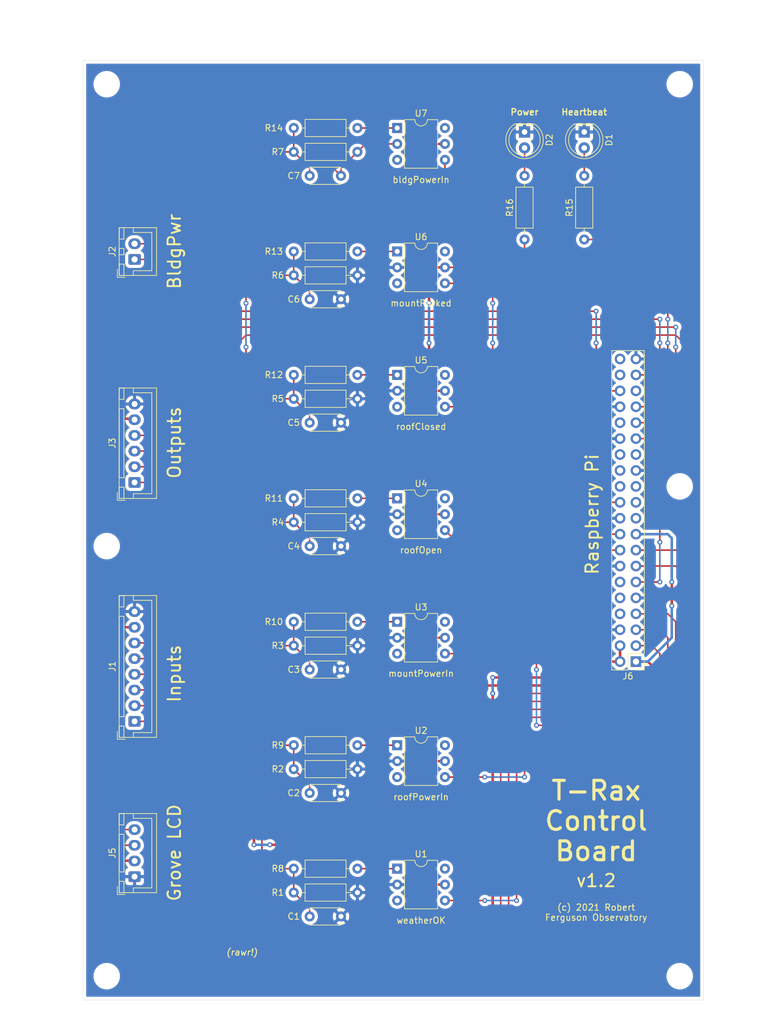
<source format=kicad_pcb>
(kicad_pcb (version 20171130) (host pcbnew "(5.1.9-0-10_14)")
  (title_block (title "TRax Control Board") (date 2021-05-10) (rev 1.2) (company "Robert Ferguson Observatory"))
  (layers (0 F.Cu signal) (31 B.Cu signal) (34 B.Paste user) (35 F.Paste user) (36 B.SilkS user) (37 F.SilkS user) (38 B.Mask user) (39 F.Mask user) (44 Edge.Cuts user))
  (net 0 "")
  (net 1 "Net-(C1-Pad1)")
  (net 2 GND)
  (net 3 "Net-(C2-Pad1)")
  (net 4 "Net-(C3-Pad1)")
  (net 5 "Net-(C4-Pad1)")
  (net 6 "Net-(C5-Pad1)")
  (net 7 "Net-(C6-Pad1)")
  (net 8 "Net-(C7-Pad1)")
  (net 9 "Net-(C7-Pad2)")
  (net 10 "Net-(D1-Pad2)")
  (net 11 "Net-(D2-Pad2)")
  (net 12 +3V3)
  (net 13 "Net-(J3-Pad1)")
  (net 14 "Net-(J3-Pad2)")
  (net 15 "Net-(J3-Pad3)")
  (net 16 "Net-(J3-Pad4)")
  (net 17 "Net-(J5-Pad3)")
  (net 18 "Net-(J5-Pad4)")
  (net 19 "Net-(J6-Pad7)")
  (net 20 "Net-(J6-Pad8)")
  (net 21 "Net-(J6-Pad10)")
  (net 22 "Net-(J6-Pad11)")
  (net 23 "Net-(J6-Pad12)")
  (net 24 "Net-(J6-Pad13)")
  (net 25 "Net-(J6-Pad15)")
  (net 26 "Net-(J6-Pad16)")
  (net 27 "Net-(J6-Pad18)")
  (net 28 "Net-(J6-Pad19)")
  (net 29 "Net-(J6-Pad21)")
  (net 30 "Net-(J6-Pad22)")
  (net 31 "Net-(J6-Pad23)")
  (net 32 "Net-(J6-Pad24)")
  (net 33 "Net-(J6-Pad26)")
  (net 34 "Net-(J6-Pad27)")
  (net 35 "Net-(J6-Pad28)")
  (net 36 "Net-(J6-Pad32)")
  (net 37 "Net-(J6-Pad33)")
  (net 38 "Net-(J6-Pad35)")
  (net 39 "Net-(J6-Pad38)")
  (net 40 "Net-(J6-Pad40)")
  (net 41 "Net-(R8-Pad1)")
  (net 42 "Net-(R9-Pad1)")
  (net 43 "Net-(R10-Pad1)")
  (net 44 "Net-(R11-Pad1)")
  (net 45 "Net-(R12-Pad1)")
  (net 46 "Net-(R13-Pad1)")
  (net 47 "Net-(R14-Pad1)")
  (net 48 "Net-(U1-Pad3)")
  (net 49 "Net-(U1-Pad6)")
  (net 50 "Net-(U2-Pad3)")
  (net 51 "Net-(U2-Pad6)")
  (net 52 "Net-(U3-Pad6)")
  (net 53 "Net-(U3-Pad3)")
  (net 54 "Net-(U4-Pad3)")
  (net 55 "Net-(U4-Pad6)")
  (net 56 "Net-(U5-Pad6)")
  (net 57 "Net-(U5-Pad3)")
  (net 58 "Net-(U6-Pad3)")
  (net 59 "Net-(U6-Pad6)")
  (net 60 "Net-(U7-Pad6)")
  (net 61 "Net-(U7-Pad3)")
  (net 62 +5V)
  (module MountingHole:MountingHole_3.2mm_M3 (layer F.Cu) (at 146.05 211.455)
    (fp_text reference REF** hide)
    (fp_text value "M3 hole")
    (pad 1 np_thru_hole circle (at 0 0) (size 3.2 3.2) (drill 3.2) (layers *.Cu *.Mask))
  )
  (module MountingHole:MountingHole_3.2mm_M3 (layer F.Cu) (at 54.61 142.875)
    (fp_text reference REF** hide)
    (fp_text value MountingHole_3.2mm_M3)
    (pad 1 np_thru_hole circle (at 0 0) (size 3.2 3.2) (drill 3.2) (layers *.Cu *.Mask))
  )
  (module MountingHole:MountingHole_3.2mm_M3 (layer F.Cu) (at 146.05 133.35)
    (fp_text reference REF** hide)
    (fp_text value "M3 hole")
    (pad 1 np_thru_hole circle (at 0 0) (size 3.2 3.2) (drill 3.2) (layers *.Cu *.Mask))
  )
  (module MountingHole:MountingHole_3.2mm_M3 (layer F.Cu) (at 54.61 69.215)
    (fp_text reference REF** hide)
    (fp_text value "M3 hole")
    (pad 1 np_thru_hole circle (at 0 0) (size 3.2 3.2) (drill 3.2) (layers *.Cu *.Mask))
  )
  (module Resistor_THT:R_Axial_DIN0207_L6.3mm_D2.5mm_P10.16mm_Horizontal (layer F.Cu) (at 84.455 158.75)
    (fp_text reference R3 (at -2.54 0) (layer F.SilkS))
    (fp_text value 10K)
    (pad 2 thru_hole oval (at 10.16 0) (size 1.6 1.6) (drill 0.8) (layers *.Cu *.Mask) (net 2 GND))
    (pad 1 thru_hole circle (at 0 0) (size 1.6 1.6) (drill 0.8) (layers *.Cu *.Mask) (net 4 "Net-(C3-Pad1)"))
  )
  (module Resistor_THT:R_Axial_DIN0207_L6.3mm_D2.5mm_P10.16mm_Horizontal (layer F.Cu) (at 84.455 178.435)
    (fp_text reference R2 (at -2.54 0) (layer F.SilkS))
    (fp_text value 10K)
    (pad 1 thru_hole circle (at 0 0) (size 1.6 1.6) (drill 0.8) (layers *.Cu *.Mask) (net 3 "Net-(C2-Pad1)"))
    (pad 2 thru_hole oval (at 10.16 0) (size 1.6 1.6) (drill 0.8) (layers *.Cu *.Mask) (net 2 GND))
  )
  (module Package_DIP:DIP-6_W7.62mm (layer F.Cu) (at 100.965 95.885)
    (fp_text reference U6 (at 3.81 -2.33) (layer F.SilkS))
    (fp_text value 4N25)
    (pad 1 thru_hole rect (at 0 0) (size 1.6 1.6) (drill 0.8) (layers *.Cu *.Mask) (net 46 "Net-(R13-Pad1)"))
    (pad 4 thru_hole oval (at 7.62 5.08) (size 1.6 1.6) (drill 0.8) (layers *.Cu *.Mask) (net 30 "Net-(J6-Pad22)"))
    (pad 2 thru_hole oval (at 0 2.54) (size 1.6 1.6) (drill 0.8) (layers *.Cu *.Mask) (net 2 GND))
    (pad 5 thru_hole oval (at 7.62 2.54) (size 1.6 1.6) (drill 0.8) (layers *.Cu *.Mask) (net 12 +3V3))
    (pad 3 thru_hole oval (at 0 5.08) (size 1.6 1.6) (drill 0.8) (layers *.Cu *.Mask) (net 58 "Net-(U6-Pad3)"))
    (pad 6 thru_hole oval (at 7.62 0) (size 1.6 1.6) (drill 0.8) (layers *.Cu *.Mask) (net 59 "Net-(U6-Pad6)"))
  )
  (module MountingHole:MountingHole_3.2mm_M3 (layer F.Cu) (at 146.05 69.215 180)
    (fp_text reference REF** hide)
    (fp_text value MountingHole_3.2mm_M3 hide)
    (pad 1 np_thru_hole circle (at 0 0 180) (size 3.2 3.2) (drill 3.2) (layers *.Cu *.Mask))
  )
  (module MountingHole:MountingHole_3.2mm_M3 (layer F.Cu) (at 54.61 211.455 180)
    (fp_text reference REF** hide)
    (fp_text value MountingHole_3.2mm_M3 hide)
    (pad 1 np_thru_hole circle (at 0 0 180) (size 3.2 3.2) (drill 3.2) (layers *.Cu *.Mask))
  )
  (module Capacitor_THT:C_Disc_D4.7mm_W2.5mm_P5.00mm (layer F.Cu) (at 86.995 201.93)
    (fp_text reference C1 (at -2.54 0) (layer F.SilkS))
    (fp_text value 1000)
    (pad 1 thru_hole circle (at 0 0) (size 1.6 1.6) (drill 0.8) (layers *.Cu *.Mask) (net 1 "Net-(C1-Pad1)"))
    (pad 2 thru_hole circle (at 5 0) (size 1.6 1.6) (drill 0.8) (layers *.Cu *.Mask) (net 2 GND))
  )
  (module Capacitor_THT:C_Disc_D4.7mm_W2.5mm_P5.00mm (layer F.Cu) (at 86.995 182.245)
    (fp_text reference C2 (at -2.54 0) (layer F.SilkS))
    (fp_text value 1000)
    (pad 1 thru_hole circle (at 0 0) (size 1.6 1.6) (drill 0.8) (layers *.Cu *.Mask) (net 3 "Net-(C2-Pad1)"))
    (pad 2 thru_hole circle (at 5 0) (size 1.6 1.6) (drill 0.8) (layers *.Cu *.Mask) (net 2 GND))
  )
  (module Capacitor_THT:C_Disc_D4.7mm_W2.5mm_P5.00mm (layer F.Cu) (at 86.995 162.56)
    (fp_text reference C3 (at -2.54 0) (layer F.SilkS))
    (fp_text value 1000)
    (pad 1 thru_hole circle (at 0 0) (size 1.6 1.6) (drill 0.8) (layers *.Cu *.Mask) (net 4 "Net-(C3-Pad1)"))
    (pad 2 thru_hole circle (at 5 0) (size 1.6 1.6) (drill 0.8) (layers *.Cu *.Mask) (net 2 GND))
  )
  (module Capacitor_THT:C_Disc_D4.7mm_W2.5mm_P5.00mm (layer F.Cu) (at 86.995 142.875)
    (fp_text reference C4 (at -2.54 0) (layer F.SilkS))
    (fp_text value 1000)
    (pad 2 thru_hole circle (at 5 0) (size 1.6 1.6) (drill 0.8) (layers *.Cu *.Mask) (net 2 GND))
    (pad 1 thru_hole circle (at 0 0) (size 1.6 1.6) (drill 0.8) (layers *.Cu *.Mask) (net 5 "Net-(C4-Pad1)"))
  )
  (module Capacitor_THT:C_Disc_D4.7mm_W2.5mm_P5.00mm (layer F.Cu) (at 86.995 123.19)
    (fp_text reference C5 (at -2.54 0) (layer F.SilkS))
    (fp_text value 1000)
    (pad 2 thru_hole circle (at 5 0) (size 1.6 1.6) (drill 0.8) (layers *.Cu *.Mask) (net 2 GND))
    (pad 1 thru_hole circle (at 0 0) (size 1.6 1.6) (drill 0.8) (layers *.Cu *.Mask) (net 6 "Net-(C5-Pad1)"))
  )
  (module Capacitor_THT:C_Disc_D4.7mm_W2.5mm_P5.00mm (layer F.Cu) (at 86.995 103.505)
    (fp_text reference C6 (at -2.54 0) (layer F.SilkS))
    (fp_text value 1000)
    (pad 2 thru_hole circle (at 5 0) (size 1.6 1.6) (drill 0.8) (layers *.Cu *.Mask) (net 2 GND))
    (pad 1 thru_hole circle (at 0 0) (size 1.6 1.6) (drill 0.8) (layers *.Cu *.Mask) (net 7 "Net-(C6-Pad1)"))
  )
  (module Capacitor_THT:C_Disc_D4.7mm_W2.5mm_P5.00mm (layer F.Cu) (at 86.995 83.82)
    (fp_text reference C7 (at -2.54 0) (layer F.SilkS))
    (fp_text value 1000)
    (pad 1 thru_hole circle (at 0 0) (size 1.6 1.6) (drill 0.8) (layers *.Cu *.Mask) (net 8 "Net-(C7-Pad1)"))
    (pad 2 thru_hole circle (at 5 0) (size 1.6 1.6) (drill 0.8) (layers *.Cu *.Mask) (net 9 "Net-(C7-Pad2)"))
  )
  (module LED_THT:LED_D5.0mm (layer F.Cu) (at 130.81 76.835 270)
    (fp_text reference D1 (at 1.27 -3.96 90) (layer F.SilkS))
    (fp_text value Green)
    (pad 1 thru_hole rect (at 0 0 270) (size 1.8 1.8) (drill 0.9) (layers *.Cu *.Mask) (net 2 GND))
    (pad 2 thru_hole circle (at 2.54 0 270) (size 1.8 1.8) (drill 0.9) (layers *.Cu *.Mask) (net 10 "Net-(D1-Pad2)"))
  )
  (module LED_THT:LED_D5.0mm (layer F.Cu) (at 121.285 76.835 270)
    (fp_text reference D2 (at 1.27 -3.96 90) (layer F.SilkS))
    (fp_text value Red)
    (pad 2 thru_hole circle (at 2.54 0 270) (size 1.8 1.8) (drill 0.9) (layers *.Cu *.Mask) (net 11 "Net-(D2-Pad2)"))
    (pad 1 thru_hole rect (at 0 0 270) (size 1.8 1.8) (drill 0.9) (layers *.Cu *.Mask) (net 2 GND))
  )
  (module Connector_JST:JST_XH_B8B-XH-A_1x08_P2.50mm_Vertical (layer F.Cu) (at 59.055 170.815 90)
    (fp_text reference J1 (at 8.75 -3.55 90) (layer F.SilkS))
    (fp_text value Inputs)
    (pad 1 thru_hole roundrect (at 0 0 90) (size 1.7 1.95) (drill 0.95) (layers *.Cu *.Mask) (roundrect_rratio 0.1470588235294118) (net 1 "Net-(C1-Pad1)"))
    (pad 2 thru_hole oval (at 2.5 0 90) (size 1.7 1.95) (drill 0.95) (layers *.Cu *.Mask) (net 3 "Net-(C2-Pad1)"))
    (pad 3 thru_hole oval (at 5 0 90) (size 1.7 1.95) (drill 0.95) (layers *.Cu *.Mask) (net 4 "Net-(C3-Pad1)"))
    (pad 4 thru_hole oval (at 7.5 0 90) (size 1.7 1.95) (drill 0.95) (layers *.Cu *.Mask) (net 5 "Net-(C4-Pad1)"))
    (pad 5 thru_hole oval (at 10 0 90) (size 1.7 1.95) (drill 0.95) (layers *.Cu *.Mask) (net 6 "Net-(C5-Pad1)"))
    (pad 6 thru_hole oval (at 12.5 0 90) (size 1.7 1.95) (drill 0.95) (layers *.Cu *.Mask) (net 7 "Net-(C6-Pad1)"))
    (pad 7 thru_hole oval (at 15 0 90) (size 1.7 1.95) (drill 0.95) (layers *.Cu *.Mask) (net 12 +3V3))
    (pad 8 thru_hole oval (at 17.5 0 90) (size 1.7 1.95) (drill 0.95) (layers *.Cu *.Mask) (net 2 GND))
  )
  (module Connector_JST:JST_XH_B2B-XH-A_1x02_P2.50mm_Vertical (layer F.Cu) (at 59.055 97.155 90)
    (fp_text reference J2 (at 1.25 -3.55 90) (layer F.SilkS))
    (fp_text value BldgPwr)
    (pad 1 thru_hole roundrect (at 0 0 90) (size 1.7 2) (drill 1) (layers *.Cu *.Mask) (roundrect_rratio 0.1470588235294118) (net 8 "Net-(C7-Pad1)"))
    (pad 2 thru_hole oval (at 2.5 0 90) (size 1.7 2) (drill 1) (layers *.Cu *.Mask) (net 9 "Net-(C7-Pad2)"))
  )
  (module Connector_JST:JST_XH_B6B-XH-A_1x06_P2.50mm_Vertical (layer F.Cu) (at 59.055 132.715 90)
    (fp_text reference J3 (at 6.25 -3.55 90) (layer F.SilkS))
    (fp_text value Outputs)
    (pad 1 thru_hole roundrect (at 0 0 90) (size 1.7 1.95) (drill 0.95) (layers *.Cu *.Mask) (roundrect_rratio 0.1470588235294118) (net 13 "Net-(J3-Pad1)"))
    (pad 2 thru_hole oval (at 2.5 0 90) (size 1.7 1.95) (drill 0.95) (layers *.Cu *.Mask) (net 14 "Net-(J3-Pad2)"))
    (pad 3 thru_hole oval (at 5 0 90) (size 1.7 1.95) (drill 0.95) (layers *.Cu *.Mask) (net 15 "Net-(J3-Pad3)"))
    (pad 4 thru_hole oval (at 7.5 0 90) (size 1.7 1.95) (drill 0.95) (layers *.Cu *.Mask) (net 16 "Net-(J3-Pad4)"))
    (pad 5 thru_hole oval (at 10 0 90) (size 1.7 1.95) (drill 0.95) (layers *.Cu *.Mask) (net 12 +3V3))
    (pad 6 thru_hole oval (at 12.5 0 90) (size 1.7 1.95) (drill 0.95) (layers *.Cu *.Mask) (net 2 GND))
  )
  (module Connector_JST:JST_XH_B4B-XH-A_1x04_P2.50mm_Vertical (layer F.Cu) (at 59.055 195.58 90)
    (fp_text reference J5 (at 3.75 -3.55 90) (layer F.SilkS))
    (fp_text value "Grove LCD")
    (pad 1 thru_hole roundrect (at 0 0 90) (size 1.7 1.95) (drill 0.95) (layers *.Cu *.Mask) (roundrect_rratio 0.1470588235294118) (net 2 GND))
    (pad 2 thru_hole oval (at 2.5 0 90) (size 1.7 1.95) (drill 0.95) (layers *.Cu *.Mask) (net 62 +5V))
    (pad 3 thru_hole oval (at 5 0 90) (size 1.7 1.95) (drill 0.95) (layers *.Cu *.Mask) (net 17 "Net-(J5-Pad3)"))
    (pad 4 thru_hole oval (at 7.5 0 90) (size 1.7 1.95) (drill 0.95) (layers *.Cu *.Mask) (net 18 "Net-(J5-Pad4)"))
  )
  (module Connector_PinHeader_2.54mm:PinHeader_2x20_P2.54mm_Vertical (layer F.Cu) (at 139.065 161.29 180)
    (fp_text reference J6 (at 1.27 -2.33) (layer F.SilkS))
    (fp_text value "Raspberry Pi Header")
    (pad 1 thru_hole rect (at 0 0 180) (size 1.7 1.7) (drill 1) (layers *.Cu *.Mask) (net 12 +3V3))
    (pad 2 thru_hole oval (at 2.54 0 180) (size 1.7 1.7) (drill 1) (layers *.Cu *.Mask) (net 62 +5V))
    (pad 3 thru_hole oval (at 0 2.54 180) (size 1.7 1.7) (drill 1) (layers *.Cu *.Mask) (net 17 "Net-(J5-Pad3)"))
    (pad 4 thru_hole oval (at 2.54 2.54 180) (size 1.7 1.7) (drill 1) (layers *.Cu *.Mask) (net 62 +5V))
    (pad 5 thru_hole oval (at 0 5.08 180) (size 1.7 1.7) (drill 1) (layers *.Cu *.Mask) (net 18 "Net-(J5-Pad4)"))
    (pad 6 thru_hole oval (at 2.54 5.08 180) (size 1.7 1.7) (drill 1) (layers *.Cu *.Mask) (net 2 GND))
    (pad 7 thru_hole oval (at 0 7.62 180) (size 1.7 1.7) (drill 1) (layers *.Cu *.Mask) (net 19 "Net-(J6-Pad7)"))
    (pad 8 thru_hole oval (at 2.54 7.62 180) (size 1.7 1.7) (drill 1) (layers *.Cu *.Mask) (net 20 "Net-(J6-Pad8)"))
    (pad 9 thru_hole oval (at 0 10.16 180) (size 1.7 1.7) (drill 1) (layers *.Cu *.Mask) (net 2 GND))
    (pad 10 thru_hole oval (at 2.54 10.16 180) (size 1.7 1.7) (drill 1) (layers *.Cu *.Mask) (net 21 "Net-(J6-Pad10)"))
    (pad 11 thru_hole oval (at 0 12.7 180) (size 1.7 1.7) (drill 1) (layers *.Cu *.Mask) (net 22 "Net-(J6-Pad11)"))
    (pad 12 thru_hole oval (at 2.54 12.7 180) (size 1.7 1.7) (drill 1) (layers *.Cu *.Mask) (net 23 "Net-(J6-Pad12)"))
    (pad 13 thru_hole oval (at 0 15.24 180) (size 1.7 1.7) (drill 1) (layers *.Cu *.Mask) (net 24 "Net-(J6-Pad13)"))
    (pad 14 thru_hole oval (at 2.54 15.24 180) (size 1.7 1.7) (drill 1) (layers *.Cu *.Mask) (net 2 GND))
    (pad 15 thru_hole oval (at 0 17.78 180) (size 1.7 1.7) (drill 1) (layers *.Cu *.Mask) (net 25 "Net-(J6-Pad15)"))
    (pad 16 thru_hole oval (at 2.54 17.78 180) (size 1.7 1.7) (drill 1) (layers *.Cu *.Mask) (net 26 "Net-(J6-Pad16)"))
    (pad 17 thru_hole oval (at 0 20.32 180) (size 1.7 1.7) (drill 1) (layers *.Cu *.Mask) (net 12 +3V3))
    (pad 18 thru_hole oval (at 2.54 20.32 180) (size 1.7 1.7) (drill 1) (layers *.Cu *.Mask) (net 27 "Net-(J6-Pad18)"))
    (pad 19 thru_hole oval (at 0 22.86 180) (size 1.7 1.7) (drill 1) (layers *.Cu *.Mask) (net 28 "Net-(J6-Pad19)"))
    (pad 20 thru_hole oval (at 2.54 22.86 180) (size 1.7 1.7) (drill 1) (layers *.Cu *.Mask) (net 2 GND))
    (pad 21 thru_hole oval (at 0 25.4 180) (size 1.7 1.7) (drill 1) (layers *.Cu *.Mask) (net 29 "Net-(J6-Pad21)"))
    (pad 22 thru_hole oval (at 2.54 25.4 180) (size 1.7 1.7) (drill 1) (layers *.Cu *.Mask) (net 30 "Net-(J6-Pad22)"))
    (pad 23 thru_hole oval (at 0 27.94 180) (size 1.7 1.7) (drill 1) (layers *.Cu *.Mask) (net 31 "Net-(J6-Pad23)"))
    (pad 24 thru_hole oval (at 2.54 27.94 180) (size 1.7 1.7) (drill 1) (layers *.Cu *.Mask) (net 32 "Net-(J6-Pad24)"))
    (pad 25 thru_hole oval (at 0 30.48 180) (size 1.7 1.7) (drill 1) (layers *.Cu *.Mask) (net 2 GND))
    (pad 26 thru_hole oval (at 2.54 30.48 180) (size 1.7 1.7) (drill 1) (layers *.Cu *.Mask) (net 33 "Net-(J6-Pad26)"))
    (pad 27 thru_hole oval (at 0 33.02 180) (size 1.7 1.7) (drill 1) (layers *.Cu *.Mask) (net 34 "Net-(J6-Pad27)"))
    (pad 28 thru_hole oval (at 2.54 33.02 180) (size 1.7 1.7) (drill 1) (layers *.Cu *.Mask) (net 35 "Net-(J6-Pad28)"))
    (pad 29 thru_hole oval (at 0 35.56 180) (size 1.7 1.7) (drill 1) (layers *.Cu *.Mask) (net 13 "Net-(J3-Pad1)"))
    (pad 30 thru_hole oval (at 2.54 35.56 180) (size 1.7 1.7) (drill 1) (layers *.Cu *.Mask) (net 2 GND))
    (pad 31 thru_hole oval (at 0 38.1 180) (size 1.7 1.7) (drill 1) (layers *.Cu *.Mask) (net 14 "Net-(J3-Pad2)"))
    (pad 32 thru_hole oval (at 2.54 38.1 180) (size 1.7 1.7) (drill 1) (layers *.Cu *.Mask) (net 36 "Net-(J6-Pad32)"))
    (pad 33 thru_hole oval (at 0 40.64 180) (size 1.7 1.7) (drill 1) (layers *.Cu *.Mask) (net 37 "Net-(J6-Pad33)"))
    (pad 34 thru_hole oval (at 2.54 40.64 180) (size 1.7 1.7) (drill 1) (layers *.Cu *.Mask) (net 2 GND))
    (pad 35 thru_hole oval (at 0 43.18 180) (size 1.7 1.7) (drill 1) (layers *.Cu *.Mask) (net 38 "Net-(J6-Pad35)"))
    (pad 36 thru_hole oval (at 2.54 43.18 180) (size 1.7 1.7) (drill 1) (layers *.Cu *.Mask) (net 16 "Net-(J3-Pad4)"))
    (pad 37 thru_hole oval (at 0 45.72 180) (size 1.7 1.7) (drill 1) (layers *.Cu *.Mask) (net 15 "Net-(J3-Pad3)"))
    (pad 38 thru_hole oval (at 2.54 45.72 180) (size 1.7 1.7) (drill 1) (layers *.Cu *.Mask) (net 39 "Net-(J6-Pad38)"))
    (pad 39 thru_hole oval (at 0 48.26 180) (size 1.7 1.7) (drill 1) (layers *.Cu *.Mask) (net 2 GND))
    (pad 40 thru_hole oval (at 2.54 48.26 180) (size 1.7 1.7) (drill 1) (layers *.Cu *.Mask) (net 40 "Net-(J6-Pad40)"))
  )
  (module Resistor_THT:R_Axial_DIN0207_L6.3mm_D2.5mm_P10.16mm_Horizontal (layer F.Cu) (at 84.455 198.12)
    (fp_text reference R1 (at -2.54 0) (layer F.SilkS))
    (fp_text value 10K)
    (pad 2 thru_hole oval (at 10.16 0) (size 1.6 1.6) (drill 0.8) (layers *.Cu *.Mask) (net 2 GND))
    (pad 1 thru_hole circle (at 0 0) (size 1.6 1.6) (drill 0.8) (layers *.Cu *.Mask) (net 1 "Net-(C1-Pad1)"))
  )
  (module Resistor_THT:R_Axial_DIN0207_L6.3mm_D2.5mm_P10.16mm_Horizontal (layer F.Cu) (at 84.455 139.065)
    (fp_text reference R4 (at -2.54 0) (layer F.SilkS))
    (fp_text value 10K)
    (pad 1 thru_hole circle (at 0 0) (size 1.6 1.6) (drill 0.8) (layers *.Cu *.Mask) (net 5 "Net-(C4-Pad1)"))
    (pad 2 thru_hole oval (at 10.16 0) (size 1.6 1.6) (drill 0.8) (layers *.Cu *.Mask) (net 2 GND))
  )
  (module Resistor_THT:R_Axial_DIN0207_L6.3mm_D2.5mm_P10.16mm_Horizontal (layer F.Cu) (at 84.455 119.38)
    (fp_text reference R5 (at -2.54 0) (layer F.SilkS))
    (fp_text value 10K)
    (pad 2 thru_hole oval (at 10.16 0) (size 1.6 1.6) (drill 0.8) (layers *.Cu *.Mask) (net 2 GND))
    (pad 1 thru_hole circle (at 0 0) (size 1.6 1.6) (drill 0.8) (layers *.Cu *.Mask) (net 6 "Net-(C5-Pad1)"))
  )
  (module Resistor_THT:R_Axial_DIN0207_L6.3mm_D2.5mm_P10.16mm_Horizontal (layer F.Cu) (at 84.455 99.695)
    (fp_text reference R6 (at -2.54 0) (layer F.SilkS))
    (fp_text value 10K)
    (pad 1 thru_hole circle (at 0 0) (size 1.6 1.6) (drill 0.8) (layers *.Cu *.Mask) (net 7 "Net-(C6-Pad1)"))
    (pad 2 thru_hole oval (at 10.16 0) (size 1.6 1.6) (drill 0.8) (layers *.Cu *.Mask) (net 2 GND))
  )
  (module Resistor_THT:R_Axial_DIN0207_L6.3mm_D2.5mm_P10.16mm_Horizontal (layer F.Cu) (at 84.455 80.01)
    (fp_text reference R7 (at -2.54 0) (layer F.SilkS))
    (fp_text value 10K)
    (pad 2 thru_hole oval (at 10.16 0) (size 1.6 1.6) (drill 0.8) (layers *.Cu *.Mask) (net 9 "Net-(C7-Pad2)"))
    (pad 1 thru_hole circle (at 0 0) (size 1.6 1.6) (drill 0.8) (layers *.Cu *.Mask) (net 8 "Net-(C7-Pad1)"))
  )
  (module Resistor_THT:R_Axial_DIN0207_L6.3mm_D2.5mm_P10.16mm_Horizontal (layer F.Cu) (at 94.615 194.31 180)
    (fp_text reference R8 (at 12.7 0) (layer F.SilkS))
    (fp_text value 1K)
    (pad 2 thru_hole oval (at 10.16 0 180) (size 1.6 1.6) (drill 0.8) (layers *.Cu *.Mask) (net 1 "Net-(C1-Pad1)"))
    (pad 1 thru_hole circle (at 0 0 180) (size 1.6 1.6) (drill 0.8) (layers *.Cu *.Mask) (net 41 "Net-(R8-Pad1)"))
  )
  (module Resistor_THT:R_Axial_DIN0207_L6.3mm_D2.5mm_P10.16mm_Horizontal (layer F.Cu) (at 94.615 174.625 180)
    (fp_text reference R9 (at 12.7 0) (layer F.SilkS))
    (fp_text value 1K)
    (pad 2 thru_hole oval (at 10.16 0 180) (size 1.6 1.6) (drill 0.8) (layers *.Cu *.Mask) (net 3 "Net-(C2-Pad1)"))
    (pad 1 thru_hole circle (at 0 0 180) (size 1.6 1.6) (drill 0.8) (layers *.Cu *.Mask) (net 42 "Net-(R9-Pad1)"))
  )
  (module Resistor_THT:R_Axial_DIN0207_L6.3mm_D2.5mm_P10.16mm_Horizontal (layer F.Cu) (at 94.615 154.94 180)
    (fp_text reference R10 (at 13.335 0) (layer F.SilkS))
    (fp_text value 1K)
    (pad 2 thru_hole oval (at 10.16 0 180) (size 1.6 1.6) (drill 0.8) (layers *.Cu *.Mask) (net 4 "Net-(C3-Pad1)"))
    (pad 1 thru_hole circle (at 0 0 180) (size 1.6 1.6) (drill 0.8) (layers *.Cu *.Mask) (net 43 "Net-(R10-Pad1)"))
  )
  (module Resistor_THT:R_Axial_DIN0207_L6.3mm_D2.5mm_P10.16mm_Horizontal (layer F.Cu) (at 94.615 135.255 180)
    (fp_text reference R11 (at 13.335 0) (layer F.SilkS))
    (fp_text value 1K)
    (pad 1 thru_hole circle (at 0 0 180) (size 1.6 1.6) (drill 0.8) (layers *.Cu *.Mask) (net 44 "Net-(R11-Pad1)"))
    (pad 2 thru_hole oval (at 10.16 0 180) (size 1.6 1.6) (drill 0.8) (layers *.Cu *.Mask) (net 5 "Net-(C4-Pad1)"))
  )
  (module Resistor_THT:R_Axial_DIN0207_L6.3mm_D2.5mm_P10.16mm_Horizontal (layer F.Cu) (at 94.615 115.57 180)
    (fp_text reference R12 (at 13.335 0) (layer F.SilkS))
    (fp_text value 1K)
    (pad 1 thru_hole circle (at 0 0 180) (size 1.6 1.6) (drill 0.8) (layers *.Cu *.Mask) (net 45 "Net-(R12-Pad1)"))
    (pad 2 thru_hole oval (at 10.16 0 180) (size 1.6 1.6) (drill 0.8) (layers *.Cu *.Mask) (net 6 "Net-(C5-Pad1)"))
  )
  (module Resistor_THT:R_Axial_DIN0207_L6.3mm_D2.5mm_P10.16mm_Horizontal (layer F.Cu) (at 94.615 95.885 180)
    (fp_text reference R13 (at 13.335 0) (layer F.SilkS))
    (fp_text value 1K)
    (pad 1 thru_hole circle (at 0 0 180) (size 1.6 1.6) (drill 0.8) (layers *.Cu *.Mask) (net 46 "Net-(R13-Pad1)"))
    (pad 2 thru_hole oval (at 10.16 0 180) (size 1.6 1.6) (drill 0.8) (layers *.Cu *.Mask) (net 7 "Net-(C6-Pad1)"))
  )
  (module Resistor_THT:R_Axial_DIN0207_L6.3mm_D2.5mm_P10.16mm_Horizontal (layer F.Cu) (at 94.615 76.2 180)
    (fp_text reference R14 (at 13.335 0) (layer F.SilkS))
    (fp_text value 1K)
    (pad 1 thru_hole circle (at 0 0 180) (size 1.6 1.6) (drill 0.8) (layers *.Cu *.Mask) (net 47 "Net-(R14-Pad1)"))
    (pad 2 thru_hole oval (at 10.16 0 180) (size 1.6 1.6) (drill 0.8) (layers *.Cu *.Mask) (net 8 "Net-(C7-Pad1)"))
  )
  (module Resistor_THT:R_Axial_DIN0207_L6.3mm_D2.5mm_P10.16mm_Horizontal (layer F.Cu) (at 130.81 93.98 90)
    (fp_text reference R15 (at 5.08 -2.37 90) (layer F.SilkS))
    (fp_text value 330)
    (pad 2 thru_hole oval (at 10.16 0 90) (size 1.6 1.6) (drill 0.8) (layers *.Cu *.Mask) (net 10 "Net-(D1-Pad2)"))
    (pad 1 thru_hole circle (at 0 0 90) (size 1.6 1.6) (drill 0.8) (layers *.Cu *.Mask) (net 37 "Net-(J6-Pad33)"))
  )
  (module Resistor_THT:R_Axial_DIN0207_L6.3mm_D2.5mm_P10.16mm_Horizontal (layer F.Cu) (at 121.285 93.98 90)
    (fp_text reference R16 (at 5.08 -2.37 90) (layer F.SilkS))
    (fp_text value 330)
    (pad 1 thru_hole circle (at 0 0 90) (size 1.6 1.6) (drill 0.8) (layers *.Cu *.Mask) (net 12 +3V3))
    (pad 2 thru_hole oval (at 10.16 0 90) (size 1.6 1.6) (drill 0.8) (layers *.Cu *.Mask) (net 11 "Net-(D2-Pad2)"))
  )
  (module Package_DIP:DIP-6_W7.62mm (layer F.Cu) (at 100.965 194.31)
    (fp_text reference U1 (at 3.81 -2.33) (layer F.SilkS))
    (fp_text value 4N25)
    (pad 1 thru_hole rect (at 0 0) (size 1.6 1.6) (drill 0.8) (layers *.Cu *.Mask) (net 41 "Net-(R8-Pad1)"))
    (pad 4 thru_hole oval (at 7.62 5.08) (size 1.6 1.6) (drill 0.8) (layers *.Cu *.Mask) (net 19 "Net-(J6-Pad7)"))
    (pad 2 thru_hole oval (at 0 2.54) (size 1.6 1.6) (drill 0.8) (layers *.Cu *.Mask) (net 2 GND))
    (pad 5 thru_hole oval (at 7.62 2.54) (size 1.6 1.6) (drill 0.8) (layers *.Cu *.Mask) (net 12 +3V3))
    (pad 3 thru_hole oval (at 0 5.08) (size 1.6 1.6) (drill 0.8) (layers *.Cu *.Mask) (net 48 "Net-(U1-Pad3)"))
    (pad 6 thru_hole oval (at 7.62 0) (size 1.6 1.6) (drill 0.8) (layers *.Cu *.Mask) (net 49 "Net-(U1-Pad6)"))
  )
  (module Package_DIP:DIP-6_W7.62mm (layer F.Cu) (at 100.965 174.625)
    (fp_text reference U2 (at 3.81 -2.33) (layer F.SilkS))
    (fp_text value 4N25)
    (pad 1 thru_hole rect (at 0 0) (size 1.6 1.6) (drill 0.8) (layers *.Cu *.Mask) (net 42 "Net-(R9-Pad1)"))
    (pad 4 thru_hole oval (at 7.62 5.08) (size 1.6 1.6) (drill 0.8) (layers *.Cu *.Mask) (net 24 "Net-(J6-Pad13)"))
    (pad 2 thru_hole oval (at 0 2.54) (size 1.6 1.6) (drill 0.8) (layers *.Cu *.Mask) (net 2 GND))
    (pad 5 thru_hole oval (at 7.62 2.54) (size 1.6 1.6) (drill 0.8) (layers *.Cu *.Mask) (net 12 +3V3))
    (pad 3 thru_hole oval (at 0 5.08) (size 1.6 1.6) (drill 0.8) (layers *.Cu *.Mask) (net 50 "Net-(U2-Pad3)"))
    (pad 6 thru_hole oval (at 7.62 0) (size 1.6 1.6) (drill 0.8) (layers *.Cu *.Mask) (net 51 "Net-(U2-Pad6)"))
  )
  (module Package_DIP:DIP-6_W7.62mm (layer F.Cu) (at 100.965 154.94)
    (fp_text reference U3 (at 3.81 -2.33) (layer F.SilkS))
    (fp_text value 4N25)
    (pad 6 thru_hole oval (at 7.62 0) (size 1.6 1.6) (drill 0.8) (layers *.Cu *.Mask) (net 52 "Net-(U3-Pad6)"))
    (pad 3 thru_hole oval (at 0 5.08) (size 1.6 1.6) (drill 0.8) (layers *.Cu *.Mask) (net 53 "Net-(U3-Pad3)"))
    (pad 5 thru_hole oval (at 7.62 2.54) (size 1.6 1.6) (drill 0.8) (layers *.Cu *.Mask) (net 12 +3V3))
    (pad 2 thru_hole oval (at 0 2.54) (size 1.6 1.6) (drill 0.8) (layers *.Cu *.Mask) (net 2 GND))
    (pad 4 thru_hole oval (at 7.62 5.08) (size 1.6 1.6) (drill 0.8) (layers *.Cu *.Mask) (net 25 "Net-(J6-Pad15)"))
    (pad 1 thru_hole rect (at 0 0) (size 1.6 1.6) (drill 0.8) (layers *.Cu *.Mask) (net 43 "Net-(R10-Pad1)"))
  )
  (module Package_DIP:DIP-6_W7.62mm (layer F.Cu) (at 100.965 135.255)
    (fp_text reference U4 (at 3.81 -2.33) (layer F.SilkS))
    (fp_text value 4N25)
    (pad 1 thru_hole rect (at 0 0) (size 1.6 1.6) (drill 0.8) (layers *.Cu *.Mask) (net 44 "Net-(R11-Pad1)"))
    (pad 4 thru_hole oval (at 7.62 5.08) (size 1.6 1.6) (drill 0.8) (layers *.Cu *.Mask) (net 26 "Net-(J6-Pad16)"))
    (pad 2 thru_hole oval (at 0 2.54) (size 1.6 1.6) (drill 0.8) (layers *.Cu *.Mask) (net 2 GND))
    (pad 5 thru_hole oval (at 7.62 2.54) (size 1.6 1.6) (drill 0.8) (layers *.Cu *.Mask) (net 12 +3V3))
    (pad 3 thru_hole oval (at 0 5.08) (size 1.6 1.6) (drill 0.8) (layers *.Cu *.Mask) (net 54 "Net-(U4-Pad3)"))
    (pad 6 thru_hole oval (at 7.62 0) (size 1.6 1.6) (drill 0.8) (layers *.Cu *.Mask) (net 55 "Net-(U4-Pad6)"))
  )
  (module Package_DIP:DIP-6_W7.62mm (layer F.Cu) (at 100.965 115.57)
    (fp_text reference U5 (at 3.81 -2.33) (layer F.SilkS))
    (fp_text value 4N25)
    (pad 6 thru_hole oval (at 7.62 0) (size 1.6 1.6) (drill 0.8) (layers *.Cu *.Mask) (net 56 "Net-(U5-Pad6)"))
    (pad 3 thru_hole oval (at 0 5.08) (size 1.6 1.6) (drill 0.8) (layers *.Cu *.Mask) (net 57 "Net-(U5-Pad3)"))
    (pad 5 thru_hole oval (at 7.62 2.54) (size 1.6 1.6) (drill 0.8) (layers *.Cu *.Mask) (net 12 +3V3))
    (pad 2 thru_hole oval (at 0 2.54) (size 1.6 1.6) (drill 0.8) (layers *.Cu *.Mask) (net 2 GND))
    (pad 4 thru_hole oval (at 7.62 5.08) (size 1.6 1.6) (drill 0.8) (layers *.Cu *.Mask) (net 27 "Net-(J6-Pad18)"))
    (pad 1 thru_hole rect (at 0 0) (size 1.6 1.6) (drill 0.8) (layers *.Cu *.Mask) (net 45 "Net-(R12-Pad1)"))
  )
  (module Package_DIP:DIP-6_W7.62mm (layer F.Cu) (at 100.965 76.2)
    (fp_text reference U7 (at 3.81 -2.33) (layer F.SilkS))
    (fp_text value 4N25)
    (pad 6 thru_hole oval (at 7.62 0) (size 1.6 1.6) (drill 0.8) (layers *.Cu *.Mask) (net 60 "Net-(U7-Pad6)"))
    (pad 3 thru_hole oval (at 0 5.08) (size 1.6 1.6) (drill 0.8) (layers *.Cu *.Mask) (net 61 "Net-(U7-Pad3)"))
    (pad 5 thru_hole oval (at 7.62 2.54) (size 1.6 1.6) (drill 0.8) (layers *.Cu *.Mask) (net 12 +3V3))
    (pad 2 thru_hole oval (at 0 2.54) (size 1.6 1.6) (drill 0.8) (layers *.Cu *.Mask) (net 9 "Net-(C7-Pad2)"))
    (pad 4 thru_hole oval (at 7.62 5.08) (size 1.6 1.6) (drill 0.8) (layers *.Cu *.Mask) (net 22 "Net-(J6-Pad11)"))
    (pad 1 thru_hole rect (at 0 0) (size 1.6 1.6) (drill 0.8) (layers *.Cu *.Mask) (net 47 "Net-(R14-Pad1)"))
  )
  (gr_text Outputs (at 65.405 126.365 90) (layer F.SilkS) (effects (font (size 2 2) (thickness 0.3))))
  (gr_text bldgPowerIn (at 104.775 84.455) (layer F.SilkS) (effects (font (size 1 1))))
  (gr_text mountParked (at 104.775 104.14) (layer F.SilkS) (effects (font (size 1 1))))
  (gr_text roofClosed (at 104.775 123.825) (layer F.SilkS) (effects (font (size 1 1))))
  (gr_text roofOpen (at 104.775 143.51) (layer F.SilkS) (effects (font (size 1 1))))
  (gr_text mountPowerIn (at 104.775 163.195) (layer F.SilkS) (effects (font (size 1 1))))
  (gr_text roofPowerIn (at 104.775 182.88) (layer F.SilkS) (effects (font (size 1 1))))
  (gr_text weatherOK (at 104.775 202.565) (layer F.SilkS) (effects (font (size 1 1))))
  (gr_text "Raspberry Pi" (at 132.08 137.795 90) (layer F.SilkS) (effects (font (size 2 2) (thickness 0.3))))
  (gr_text BldgPwr (at 65.405 95.885 90) (layer F.SilkS) (effects (font (size 2 2) (thickness 0.3))))
  (gr_text "Grove LCD" (at 65.405 191.77 90) (layer F.SilkS) (effects (font (size 2 2) (thickness 0.3))))
  (gr_text Inputs (at 65.405 163.195 90) (layer F.SilkS) (effects (font (size 2 2) (thickness 0.3))))
  (gr_text Power (at 121.285 73.66) (layer F.SilkS) (effects (font (size 1 1) (thickness 0.2))))
  (gr_text Heartbeat (at 130.81 73.66) (layer F.SilkS) (effects (font (size 1 1) (thickness 0.2))))
  (gr_text "(rawr!)" (at 76.2 207.645) (layer F.SilkS) (effects (font (size 1 1) (thickness 0.15) italic)))
  (gr_text "(c) 2021 Robert\nFerguson Observatory" (at 132.715 201.295) (layer F.SilkS) (effects (font (size 1 1))))
  (gr_text v1.2 (at 132.715 196.215) (layer F.SilkS) (effects (font (size 2 2) (thickness 0.3))))
  (gr_text "T-Rax\nControl\nBoard" (at 132.715 186.69) (layer F.SilkS) (effects (font (size 3 3) (thickness 0.5))))
  (gr_line (start 149.86 65.405) (end 149.86 215.265) (layer Edge.Cuts) (width 0.05))
  (gr_line (start 50.8 65.405) (end 149.86 65.405) (layer Edge.Cuts) (width 0.05))
  (gr_line (start 50.8 215.265) (end 50.8 65.405) (layer Edge.Cuts) (width 0.05))
  (gr_line (start 149.86 215.265) (end 50.8 215.265) (layer Edge.Cuts) (width 0.05))
  (segment (start 86.995 200.66) (end 84.455 198.12) (width 0.25) (layer F.Cu) (net 1))
  (segment (start 86.995 201.93) (end 86.995 200.66) (width 0.25) (layer F.Cu) (net 1))
  (segment (start 84.455 198.12) (end 84.455 194.31) (width 0.25) (layer F.Cu) (net 1))
  (segment (start 78.105 170.815) (end 79.375 172.085) (width 0.25) (layer F.Cu) (net 1))
  (segment (start 79.375 172.085) (end 79.375 193.04) (width 0.25) (layer F.Cu) (net 1))
  (segment (start 79.375 193.04) (end 80.645 194.31) (width 0.25) (layer F.Cu) (net 1))
  (segment (start 80.645 194.31) (end 84.455 194.31) (width 0.25) (layer F.Cu) (net 1))
  (segment (start 59.055 170.815) (end 64.135 170.815) (width 0.25) (layer F.Cu) (net 1))
  (segment (start 64.135 170.815) (end 78.105 170.815) (width 0.25) (layer F.Cu) (net 1))
  (segment (start 63.5 170.815) (end 64.135 170.815) (width 0.25) (layer F.Cu) (net 1))
  (segment (start 86.995 180.975) (end 84.455 178.435) (width 0.25) (layer F.Cu) (net 3))
  (segment (start 86.995 182.245) (end 86.995 180.975) (width 0.25) (layer F.Cu) (net 3))
  (segment (start 84.455 178.435) (end 84.455 174.625) (width 0.25) (layer F.Cu) (net 3))
  (segment (start 81.915 174.625) (end 84.455 174.625) (width 0.25) (layer F.Cu) (net 3))
  (segment (start 80.565 169.545) (end 80.565 173.275) (width 0.25) (layer F.Cu) (net 3))
  (segment (start 80.565 173.275) (end 81.915 174.625) (width 0.25) (layer F.Cu) (net 3))
  (segment (start 79.335 168.315) (end 80.565 169.545) (width 0.25) (layer F.Cu) (net 3))
  (segment (start 59.055 168.315) (end 63.54 168.315) (width 0.25) (layer F.Cu) (net 3))
  (segment (start 63.54 168.315) (end 79.335 168.315) (width 0.25) (layer F.Cu) (net 3))
  (segment (start 63.5 168.315) (end 63.54 168.315) (width 0.25) (layer F.Cu) (net 3))
  (segment (start 86.995 161.29) (end 84.455 158.75) (width 0.25) (layer F.Cu) (net 4))
  (segment (start 86.995 162.56) (end 86.995 161.29) (width 0.25) (layer F.Cu) (net 4))
  (segment (start 84.455 158.75) (end 84.455 154.94) (width 0.25) (layer F.Cu) (net 4))
  (segment (start 80.645 164.465) (end 79.295 165.815) (width 0.25) (layer F.Cu) (net 4))
  (segment (start 80.645 160.02) (end 80.645 164.465) (width 0.25) (layer F.Cu) (net 4))
  (segment (start 79.295 165.815) (end 63.5 165.815) (width 0.25) (layer F.Cu) (net 4))
  (segment (start 81.915 158.75) (end 80.645 160.02) (width 0.25) (layer F.Cu) (net 4))
  (segment (start 84.455 158.75) (end 81.915 158.75) (width 0.25) (layer F.Cu) (net 4))
  (segment (start 59.055 165.815) (end 64.055 165.815) (width 0.25) (layer F.Cu) (net 4))
  (segment (start 86.995 141.605) (end 84.455 139.065) (width 0.25) (layer F.Cu) (net 5))
  (segment (start 86.995 142.875) (end 86.995 141.605) (width 0.25) (layer F.Cu) (net 5))
  (segment (start 84.455 139.065) (end 84.455 135.255) (width 0.25) (layer F.Cu) (net 5))
  (segment (start 79.375 161.925) (end 77.985 163.315) (width 0.25) (layer F.Cu) (net 5))
  (segment (start 79.375 140.335) (end 79.375 161.925) (width 0.25) (layer F.Cu) (net 5))
  (segment (start 80.645 139.065) (end 79.375 140.335) (width 0.25) (layer F.Cu) (net 5))
  (segment (start 84.455 139.065) (end 80.645 139.065) (width 0.25) (layer F.Cu) (net 5))
  (segment (start 64.65 163.315) (end 63.5 163.315) (width 0.25) (layer F.Cu) (net 5))
  (segment (start 59.055 163.315) (end 64.65 163.315) (width 0.25) (layer F.Cu) (net 5))
  (segment (start 77.985 163.315) (end 64.65 163.315) (width 0.25) (layer F.Cu) (net 5))
  (segment (start 86.995 121.92) (end 84.455 119.38) (width 0.25) (layer F.Cu) (net 6))
  (segment (start 86.995 123.19) (end 86.995 121.92) (width 0.25) (layer F.Cu) (net 6))
  (segment (start 84.455 119.38) (end 84.455 115.57) (width 0.25) (layer F.Cu) (net 6))
  (segment (start 78.105 159.385) (end 76.675 160.815) (width 0.25) (layer F.Cu) (net 6))
  (segment (start 78.105 120.65) (end 78.105 159.385) (width 0.25) (layer F.Cu) (net 6))
  (segment (start 79.375 119.38) (end 78.105 120.65) (width 0.25) (layer F.Cu) (net 6))
  (segment (start 84.455 119.38) (end 79.375 119.38) (width 0.25) (layer F.Cu) (net 6))
  (segment (start 59.055 160.815) (end 63.34 160.815) (width 0.25) (layer F.Cu) (net 6))
  (segment (start 64.61 160.815) (end 63.5 160.815) (width 0.25) (layer F.Cu) (net 6))
  (segment (start 63.34 160.815) (end 64.61 160.815) (width 0.25) (layer F.Cu) (net 6))
  (segment (start 76.675 160.815) (end 64.61 160.815) (width 0.25) (layer F.Cu) (net 6))
  (segment (start 86.995 102.235) (end 84.455 99.695) (width 0.25) (layer F.Cu) (net 7))
  (segment (start 86.995 103.505) (end 86.995 102.235) (width 0.25) (layer F.Cu) (net 7))
  (segment (start 84.455 99.695) (end 84.455 95.885) (width 0.25) (layer F.Cu) (net 7))
  (segment (start 84.455 99.695) (end 78.105 99.695) (width 0.25) (layer F.Cu) (net 7))
  (via (at 76.835 104.14) (size 0.8) (drill 0.4) (layers F.Cu B.Cu) (net 7))
  (segment (start 76.835 100.965) (end 76.835 104.14) (width 0.25) (layer F.Cu) (net 7))
  (segment (start 78.105 99.695) (end 76.835 100.965) (width 0.25) (layer F.Cu) (net 7))
  (via (at 76.835 111.125) (size 0.8) (drill 0.4) (layers F.Cu B.Cu) (net 7))
  (segment (start 76.835 104.14) (end 76.835 111.125) (width 0.25) (layer B.Cu) (net 7))
  (segment (start 76.835 156.845) (end 76.835 111.125) (width 0.25) (layer F.Cu) (net 7))
  (segment (start 75.365 158.315) (end 76.835 156.845) (width 0.25) (layer F.Cu) (net 7))
  (segment (start 59.055 158.315) (end 75.365 158.315) (width 0.25) (layer F.Cu) (net 7))
  (segment (start 86.995 82.55) (end 84.455 80.01) (width 0.25) (layer F.Cu) (net 8))
  (segment (start 86.995 83.82) (end 86.995 82.55) (width 0.25) (layer F.Cu) (net 8))
  (segment (start 84.455 80.01) (end 84.455 76.2) (width 0.25) (layer F.Cu) (net 8))
  (segment (start 80.645 81.28) (end 81.915 80.01) (width 0.25) (layer F.Cu) (net 8))
  (segment (start 81.915 80.01) (end 84.455 80.01) (width 0.25) (layer F.Cu) (net 8))
  (segment (start 79.375 97.155) (end 80.645 95.885) (width 0.25) (layer F.Cu) (net 8))
  (segment (start 80.645 95.885) (end 80.645 81.28) (width 0.25) (layer F.Cu) (net 8))
  (segment (start 59.055 97.155) (end 79.375 97.155) (width 0.25) (layer F.Cu) (net 8))
  (segment (start 95.885 78.74) (end 94.615 80.01) (width 0.25) (layer F.Cu) (net 9))
  (segment (start 100.965 78.74) (end 95.885 78.74) (width 0.25) (layer F.Cu) (net 9))
  (segment (start 91.995 82.63) (end 94.615 80.01) (width 0.25) (layer F.Cu) (net 9))
  (segment (start 91.995 83.82) (end 91.995 82.63) (width 0.25) (layer F.Cu) (net 9))
  (segment (start 90.09 81.915) (end 90.09 74.375) (width 0.25) (layer F.Cu) (net 9))
  (segment (start 90.09 74.375) (end 88.9 73.185) (width 0.25) (layer F.Cu) (net 9))
  (segment (start 91.995 83.82) (end 90.09 81.915) (width 0.25) (layer F.Cu) (net 9))
  (segment (start 88.9 73.185) (end 83.98 73.185) (width 0.25) (layer F.Cu) (net 9))
  (segment (start 83.98 73.185) (end 83.66 73.185) (width 0.25) (layer F.Cu) (net 9))
  (segment (start 78.065 94.655) (end 63.5 94.655) (width 0.25) (layer F.Cu) (net 9))
  (segment (start 79.375 93.345) (end 78.065 94.655) (width 0.25) (layer F.Cu) (net 9))
  (segment (start 79.375 74.615) (end 79.375 93.345) (width 0.25) (layer F.Cu) (net 9))
  (segment (start 80.805 73.185) (end 79.375 74.615) (width 0.25) (layer F.Cu) (net 9))
  (segment (start 83.98 73.185) (end 80.805 73.185) (width 0.25) (layer F.Cu) (net 9))
  (segment (start 59.095 94.655) (end 59.055 94.615) (width 0.25) (layer F.Cu) (net 9))
  (segment (start 59.055 94.615) (end 59.69 95.25) (width 0.25) (layer F.Cu) (net 9))
  (segment (start 64.095 94.655) (end 64.135 94.615) (width 0.25) (layer F.Cu) (net 9))
  (segment (start 59.055 94.655) (end 64.095 94.655) (width 0.25) (layer F.Cu) (net 9))
  (segment (start 130.81 83.82) (end 130.81 79.375) (width 0.25) (layer F.Cu) (net 10))
  (segment (start 121.285 83.82) (end 121.285 79.375) (width 0.25) (layer F.Cu) (net 11))
  (segment (start 108.585 98.425) (end 120.015 98.425) (width 0.25) (layer F.Cu) (net 12))
  (segment (start 120.015 98.425) (end 121.285 97.155) (width 0.25) (layer F.Cu) (net 12))
  (segment (start 121.285 97.155) (end 121.285 93.98) (width 0.25) (layer F.Cu) (net 12))
  (segment (start 108.585 196.85) (end 106.68 196.85) (width 0.4) (layer F.Cu) (net 12))
  (segment (start 106.68 196.85) (end 106.045 196.215) (width 0.4) (layer F.Cu) (net 12))
  (via (at 106.045 110.49) (size 0.8) (drill 0.4) (layers F.Cu B.Cu) (net 12))
  (segment (start 106.045 165.1) (end 106.045 110.49) (width 0.4) (layer F.Cu) (net 12))
  (via (at 106.045 104.14) (size 0.8) (drill 0.4) (layers F.Cu B.Cu) (net 12))
  (segment (start 106.045 110.49) (end 106.045 104.14) (width 0.4) (layer B.Cu) (net 12))
  (segment (start 106.045 104.14) (end 106.045 79.375) (width 0.4) (layer F.Cu) (net 12))
  (segment (start 106.045 79.375) (end 106.68 78.74) (width 0.4) (layer F.Cu) (net 12))
  (segment (start 106.68 78.74) (end 108.585 78.74) (width 0.4) (layer F.Cu) (net 12))
  (segment (start 108.585 98.425) (end 106.045 98.425) (width 0.4) (layer F.Cu) (net 12))
  (segment (start 108.585 118.11) (end 106.045 118.11) (width 0.4) (layer F.Cu) (net 12))
  (segment (start 108.585 137.795) (end 106.045 137.795) (width 0.4) (layer F.Cu) (net 12))
  (segment (start 108.585 157.48) (end 106.045 157.48) (width 0.4) (layer F.Cu) (net 12))
  (segment (start 108.585 177.165) (end 106.045 177.165) (width 0.4) (layer F.Cu) (net 12))
  (segment (start 106.045 177.165) (end 106.045 165.1) (width 0.4) (layer F.Cu) (net 12))
  (via (at 80.645 190.5) (size 0.8) (drill 0.4) (layers F.Cu B.Cu) (net 12))
  (segment (start 106.045 190.5) (end 80.645 190.5) (width 0.4) (layer F.Cu) (net 12))
  (segment (start 106.045 196.215) (end 106.045 190.5) (width 0.4) (layer F.Cu) (net 12))
  (segment (start 106.045 190.5) (end 106.045 177.165) (width 0.4) (layer F.Cu) (net 12))
  (via (at 78.105 190.5) (size 0.8) (drill 0.4) (layers F.Cu B.Cu) (net 12))
  (segment (start 80.645 190.5) (end 78.105 190.5) (width 0.4) (layer B.Cu) (net 12))
  (segment (start 140.335 140.97) (end 139.7 140.97) (width 0.4) (layer B.Cu) (net 12))
  (segment (start 144.78 141.605) (end 144.145 140.97) (width 0.4) (layer B.Cu) (net 12))
  (segment (start 144.145 140.97) (end 139.065 140.97) (width 0.4) (layer B.Cu) (net 12))
  (via (at 144.78 148.59) (size 0.8) (drill 0.4) (layers F.Cu B.Cu) (net 12))
  (segment (start 144.78 148.59) (end 144.78 141.605) (width 0.4) (layer B.Cu) (net 12))
  (segment (start 144.78 157.48) (end 144.78 152.4) (width 0.4) (layer B.Cu) (net 12))
  (segment (start 144.78 152.4) (end 144.78 148.59) (width 0.4) (layer F.Cu) (net 12))
  (segment (start 140.97 161.29) (end 144.78 157.48) (width 0.4) (layer B.Cu) (net 12))
  (segment (start 139.065 161.29) (end 140.97 161.29) (width 0.4) (layer B.Cu) (net 12))
  (via (at 144.78 152.4) (size 0.8) (drill 0.4) (layers F.Cu B.Cu) (net 12))
  (segment (start 59.055 155.815) (end 55.485 155.815) (width 0.4) (layer F.Cu) (net 12))
  (segment (start 55.485 155.815) (end 55.245 155.575) (width 0.4) (layer F.Cu) (net 12))
  (segment (start 56.515 137.795) (end 55.245 136.525) (width 0.4) (layer F.Cu) (net 12))
  (segment (start 55.245 136.525) (end 55.245 123.19) (width 0.4) (layer F.Cu) (net 12))
  (segment (start 55.245 123.19) (end 55.88 122.555) (width 0.4) (layer F.Cu) (net 12))
  (segment (start 55.88 122.555) (end 59.055 122.555) (width 0.4) (layer F.Cu) (net 12))
  (segment (start 55.245 149.225) (end 56.515 147.955) (width 0.4) (layer F.Cu) (net 12))
  (segment (start 55.245 155.575) (end 55.245 149.225) (width 0.4) (layer F.Cu) (net 12))
  (segment (start 58.42 137.795) (end 59.69 139.065) (width 0.4) (layer F.Cu) (net 12))
  (segment (start 58.42 137.795) (end 56.515 137.795) (width 0.4) (layer F.Cu) (net 12))
  (segment (start 59.69 146.685) (end 59.69 139.065) (width 0.4) (layer F.Cu) (net 12))
  (segment (start 58.42 147.955) (end 59.69 146.685) (width 0.4) (layer F.Cu) (net 12))
  (segment (start 56.515 147.955) (end 58.42 147.955) (width 0.4) (layer F.Cu) (net 12))
  (segment (start 140.97 161.29) (end 139.065 161.29) (width 0.4) (layer F.Cu) (net 12))
  (segment (start 141.605 161.925) (end 140.97 161.29) (width 0.4) (layer F.Cu) (net 12))
  (segment (start 141.605 164.465) (end 141.605 161.925) (width 0.4) (layer F.Cu) (net 12))
  (segment (start 140.97 165.1) (end 141.605 164.465) (width 0.4) (layer F.Cu) (net 12))
  (segment (start 106.045 165.1) (end 140.97 165.1) (width 0.4) (layer F.Cu) (net 12))
  (segment (start 55.88 175.26) (end 77.47 175.26) (width 0.4) (layer F.Cu) (net 12))
  (segment (start 55.245 155.575) (end 55.245 174.625) (width 0.4) (layer F.Cu) (net 12))
  (segment (start 55.245 174.625) (end 55.88 175.26) (width 0.4) (layer F.Cu) (net 12))
  (segment (start 78.105 175.895) (end 78.105 190.5) (width 0.4) (layer F.Cu) (net 12))
  (segment (start 77.47 175.26) (end 78.105 175.895) (width 0.4) (layer F.Cu) (net 12))
  (segment (start 146.685 110.49) (end 146.685 124.46) (width 0.25) (layer F.Cu) (net 13))
  (segment (start 145.415 109.22) (end 146.685 110.49) (width 0.25) (layer F.Cu) (net 13))
  (segment (start 145.415 125.73) (end 139.065 125.73) (width 0.25) (layer F.Cu) (net 13))
  (segment (start 76.835 109.22) (end 145.415 109.22) (width 0.25) (layer F.Cu) (net 13))
  (segment (start 146.685 124.46) (end 145.415 125.73) (width 0.25) (layer F.Cu) (net 13))
  (segment (start 75.565 131.445) (end 75.565 110.49) (width 0.25) (layer F.Cu) (net 13))
  (segment (start 75.565 110.49) (end 76.835 109.22) (width 0.25) (layer F.Cu) (net 13))
  (segment (start 74.295 132.715) (end 75.565 131.445) (width 0.25) (layer F.Cu) (net 13))
  (segment (start 59.055 132.715) (end 64.135 132.715) (width 0.25) (layer F.Cu) (net 13))
  (segment (start 64.135 132.715) (end 74.295 132.715) (width 0.25) (layer F.Cu) (net 13))
  (segment (start 63.5 132.715) (end 64.135 132.715) (width 0.25) (layer F.Cu) (net 13))
  (segment (start 139.065 123.19) (end 144.145 123.19) (width 0.25) (layer F.Cu) (net 14))
  (segment (start 144.145 123.19) (end 145.415 121.92) (width 0.25) (layer F.Cu) (net 14))
  (via (at 145.415 107.95) (size 0.8) (drill 0.4) (layers F.Cu B.Cu) (net 14))
  (via (at 145.415 111.125) (size 0.8) (drill 0.4) (layers F.Cu B.Cu) (net 14))
  (segment (start 145.415 107.95) (end 145.415 111.125) (width 0.25) (layer B.Cu) (net 14))
  (segment (start 145.415 111.125) (end 145.415 121.92) (width 0.25) (layer F.Cu) (net 14))
  (segment (start 140.97 107.95) (end 145.415 107.95) (width 0.25) (layer F.Cu) (net 14))
  (segment (start 74.295 109.22) (end 75.565 107.95) (width 0.25) (layer F.Cu) (net 14))
  (segment (start 74.295 128.905) (end 74.295 109.22) (width 0.25) (layer F.Cu) (net 14))
  (segment (start 72.985 130.215) (end 74.295 128.905) (width 0.25) (layer F.Cu) (net 14))
  (segment (start 75.565 107.95) (end 140.97 107.95) (width 0.25) (layer F.Cu) (net 14))
  (segment (start 59.055 130.215) (end 72.985 130.215) (width 0.25) (layer F.Cu) (net 14))
  (segment (start 141.605 115.57) (end 142.875 114.3) (width 0.25) (layer F.Cu) (net 15))
  (segment (start 142.875 114.3) (end 142.875 111.76) (width 0.25) (layer F.Cu) (net 15))
  (segment (start 139.065 115.57) (end 141.605 115.57) (width 0.25) (layer F.Cu) (net 15))
  (via (at 142.875 106.68) (size 0.8) (drill 0.4) (layers F.Cu B.Cu) (net 15))
  (via (at 142.875 110.49) (size 0.8) (drill 0.4) (layers F.Cu B.Cu) (net 15))
  (segment (start 142.875 106.68) (end 142.875 110.49) (width 0.25) (layer B.Cu) (net 15))
  (segment (start 142.875 110.49) (end 142.875 111.76) (width 0.25) (layer F.Cu) (net 15))
  (segment (start 74.295 106.68) (end 138.43 106.68) (width 0.25) (layer F.Cu) (net 15))
  (segment (start 73.025 107.95) (end 74.295 106.68) (width 0.25) (layer F.Cu) (net 15))
  (segment (start 138.43 106.68) (end 142.875 106.68) (width 0.25) (layer F.Cu) (net 15))
  (segment (start 73.025 126.365) (end 73.025 107.95) (width 0.25) (layer F.Cu) (net 15))
  (segment (start 71.675 127.715) (end 73.025 126.365) (width 0.25) (layer F.Cu) (net 15))
  (segment (start 63.58 127.715) (end 71.675 127.715) (width 0.25) (layer F.Cu) (net 15))
  (segment (start 59.055 127.715) (end 63.58 127.715) (width 0.25) (layer F.Cu) (net 15))
  (segment (start 63.5 127.715) (end 63.58 127.715) (width 0.25) (layer F.Cu) (net 15))
  (segment (start 136.525 118.11) (end 133.985 118.11) (width 0.25) (layer F.Cu) (net 16))
  (segment (start 133.985 118.11) (end 132.715 116.84) (width 0.25) (layer F.Cu) (net 16))
  (via (at 132.715 110.49) (size 0.8) (drill 0.4) (layers F.Cu B.Cu) (net 16))
  (segment (start 132.715 116.84) (end 132.715 110.49) (width 0.25) (layer F.Cu) (net 16))
  (via (at 132.715 105.41) (size 0.8) (drill 0.4) (layers F.Cu B.Cu) (net 16))
  (segment (start 132.715 110.49) (end 132.715 105.41) (width 0.25) (layer B.Cu) (net 16))
  (segment (start 73.025 105.41) (end 71.755 106.68) (width 0.25) (layer F.Cu) (net 16))
  (segment (start 71.755 123.825) (end 70.365 125.215) (width 0.25) (layer F.Cu) (net 16))
  (segment (start 71.755 106.68) (end 71.755 123.825) (width 0.25) (layer F.Cu) (net 16))
  (segment (start 65.92 125.215) (end 65.525 125.215) (width 0.25) (layer F.Cu) (net 16))
  (segment (start 65.525 125.215) (end 70.365 125.215) (width 0.25) (layer F.Cu) (net 16))
  (segment (start 65.525 125.215) (end 60.445 125.215) (width 0.25) (layer F.Cu) (net 16))
  (segment (start 60.445 125.215) (end 59.055 125.215) (width 0.25) (layer F.Cu) (net 16))
  (segment (start 132.715 105.41) (end 127.635 105.41) (width 0.25) (layer F.Cu) (net 16))
  (segment (start 127.635 105.41) (end 73.025 105.41) (width 0.25) (layer F.Cu) (net 16))
  (segment (start 128.27 105.41) (end 127.635 105.41) (width 0.25) (layer F.Cu) (net 16))
  (segment (start 139.065 158.75) (end 141.605 158.75) (width 0.25) (layer F.Cu) (net 17))
  (segment (start 141.605 158.75) (end 142.875 160.02) (width 0.25) (layer F.Cu) (net 17))
  (segment (start 142.875 160.02) (end 142.875 165.1) (width 0.25) (layer F.Cu) (net 17))
  (segment (start 142.875 165.1) (end 141.605 166.37) (width 0.25) (layer F.Cu) (net 17))
  (segment (start 137.16 166.37) (end 118.745 166.37) (width 0.25) (layer F.Cu) (net 17))
  (segment (start 118.745 166.37) (end 117.475 167.64) (width 0.25) (layer F.Cu) (net 17))
  (segment (start 117.475 167.64) (end 117.475 201.93) (width 0.25) (layer F.Cu) (net 17))
  (segment (start 117.475 201.93) (end 117.475 204.47) (width 0.25) (layer F.Cu) (net 17))
  (segment (start 117.475 204.47) (end 117.475 207.645) (width 0.25) (layer F.Cu) (net 17))
  (segment (start 117.475 210.185) (end 116.84 210.82) (width 0.25) (layer F.Cu) (net 17))
  (segment (start 117.475 207.645) (end 117.475 210.185) (width 0.25) (layer F.Cu) (net 17))
  (segment (start 137.16 166.37) (end 141.605 166.37) (width 0.25) (layer F.Cu) (net 17))
  (segment (start 67.945 210.82) (end 69.85 210.82) (width 0.25) (layer F.Cu) (net 17))
  (segment (start 58.42 203.835) (end 62.23 207.645) (width 0.25) (layer F.Cu) (net 17))
  (segment (start 54.61 203.2) (end 55.245 203.835) (width 0.25) (layer F.Cu) (net 17))
  (segment (start 116.84 210.82) (end 69.85 210.82) (width 0.25) (layer F.Cu) (net 17))
  (segment (start 55.325 190.58) (end 54.61 191.295) (width 0.25) (layer F.Cu) (net 17))
  (segment (start 62.865 210.82) (end 67.945 210.82) (width 0.25) (layer F.Cu) (net 17))
  (segment (start 62.23 210.185) (end 62.865 210.82) (width 0.25) (layer F.Cu) (net 17))
  (segment (start 69.85 210.82) (end 67.31 210.82) (width 0.25) (layer F.Cu) (net 17))
  (segment (start 55.245 203.835) (end 58.42 203.835) (width 0.25) (layer F.Cu) (net 17))
  (segment (start 54.61 191.295) (end 54.61 203.2) (width 0.25) (layer F.Cu) (net 17))
  (segment (start 62.23 207.645) (end 62.23 210.185) (width 0.25) (layer F.Cu) (net 17))
  (segment (start 59.055 190.58) (end 55.325 190.58) (width 0.25) (layer F.Cu) (net 17))
  (segment (start 142.875 156.21) (end 139.065 156.21) (width 0.25) (layer F.Cu) (net 18))
  (segment (start 144.145 165.735) (end 144.145 157.48) (width 0.25) (layer F.Cu) (net 18))
  (segment (start 142.24 167.64) (end 144.145 165.735) (width 0.25) (layer F.Cu) (net 18))
  (segment (start 144.145 157.48) (end 142.875 156.21) (width 0.25) (layer F.Cu) (net 18))
  (segment (start 119.38 167.64) (end 142.24 167.64) (width 0.25) (layer F.Cu) (net 18))
  (segment (start 118.745 168.275) (end 119.38 167.64) (width 0.25) (layer F.Cu) (net 18))
  (segment (start 118.745 210.82) (end 118.745 168.275) (width 0.25) (layer F.Cu) (net 18))
  (segment (start 117.475 212.09) (end 118.745 210.82) (width 0.25) (layer F.Cu) (net 18))
  (segment (start 60.96 211.455) (end 61.595 212.09) (width 0.25) (layer F.Cu) (net 18))
  (segment (start 62.045009 212.09) (end 68.58 212.09) (width 0.25) (layer F.Cu) (net 18))
  (segment (start 54.49 188.08) (end 53.34 189.23) (width 0.25) (layer F.Cu) (net 18))
  (segment (start 61.595 212.09) (end 62.045009 212.09) (width 0.25) (layer F.Cu) (net 18))
  (segment (start 53.975 205.105) (end 57.785 205.105) (width 0.25) (layer F.Cu) (net 18))
  (segment (start 53.34 204.47) (end 53.975 205.105) (width 0.25) (layer F.Cu) (net 18))
  (segment (start 60.96 208.28) (end 60.96 211.455) (width 0.25) (layer F.Cu) (net 18))
  (segment (start 59.055 188.08) (end 54.49 188.08) (width 0.25) (layer F.Cu) (net 18))
  (segment (start 57.785 205.105) (end 60.96 208.28) (width 0.25) (layer F.Cu) (net 18))
  (segment (start 53.34 189.23) (end 53.34 204.47) (width 0.25) (layer F.Cu) (net 18))
  (segment (start 68.58 212.09) (end 117.475 212.09) (width 0.25) (layer F.Cu) (net 18))
  (segment (start 66.675 212.09) (end 68.58 212.09) (width 0.25) (layer F.Cu) (net 18))
  (via (at 120.015 199.39) (size 0.8) (drill 0.4) (layers F.Cu B.Cu) (net 19))
  (via (at 114.935 199.39) (size 0.8) (drill 0.4) (layers F.Cu B.Cu) (net 19))
  (segment (start 108.585 199.39) (end 114.935 199.39) (width 0.25) (layer F.Cu) (net 19))
  (segment (start 114.935 199.39) (end 120.015 199.39) (width 0.25) (layer B.Cu) (net 19))
  (segment (start 144.145 153.67) (end 139.065 153.67) (width 0.25) (layer F.Cu) (net 19))
  (segment (start 145.415 154.94) (end 144.145 153.67) (width 0.25) (layer F.Cu) (net 19))
  (segment (start 145.415 166.37) (end 145.415 154.94) (width 0.25) (layer F.Cu) (net 19))
  (segment (start 120.65 168.91) (end 142.875 168.91) (width 0.25) (layer F.Cu) (net 19))
  (segment (start 120.015 169.545) (end 120.65 168.91) (width 0.25) (layer F.Cu) (net 19))
  (segment (start 142.875 168.91) (end 145.415 166.37) (width 0.25) (layer F.Cu) (net 19))
  (segment (start 120.015 199.39) (end 120.015 169.545) (width 0.25) (layer F.Cu) (net 19))
  (via (at 142.875 142.24) (size 0.8) (drill 0.4) (layers F.Cu B.Cu) (net 22))
  (via (at 142.875 148.59) (size 0.8) (drill 0.4) (layers F.Cu B.Cu) (net 22))
  (segment (start 142.875 142.24) (end 142.875 148.59) (width 0.25) (layer B.Cu) (net 22))
  (segment (start 139.065 148.59) (end 142.875 148.59) (width 0.25) (layer F.Cu) (net 22))
  (segment (start 142.875 137.795) (end 142.875 142.24) (width 0.25) (layer F.Cu) (net 22))
  (segment (start 141.605 136.525) (end 142.875 137.795) (width 0.25) (layer F.Cu) (net 22))
  (segment (start 141.605 129.54) (end 141.605 136.525) (width 0.25) (layer F.Cu) (net 22))
  (segment (start 142.875 128.27) (end 141.605 129.54) (width 0.25) (layer F.Cu) (net 22))
  (segment (start 147.955 127) (end 146.685 128.27) (width 0.25) (layer F.Cu) (net 22))
  (segment (start 146.685 128.27) (end 142.875 128.27) (width 0.25) (layer F.Cu) (net 22))
  (segment (start 108.585 86.995) (end 109.855 88.265) (width 0.25) (layer F.Cu) (net 22))
  (segment (start 108.585 81.28) (end 108.585 86.995) (width 0.25) (layer F.Cu) (net 22))
  (segment (start 109.855 88.265) (end 142.24 88.265) (width 0.25) (layer F.Cu) (net 22))
  (segment (start 147.955 127) (end 147.955 89.535) (width 0.25) (layer F.Cu) (net 22))
  (segment (start 147.955 89.535) (end 146.685 88.265) (width 0.25) (layer F.Cu) (net 22))
  (segment (start 146.685 88.265) (end 141.605 88.265) (width 0.25) (layer F.Cu) (net 22))
  (via (at 121.285 179.705) (size 0.8) (drill 0.4) (layers F.Cu B.Cu) (net 24))
  (via (at 114.935 179.705) (size 0.8) (drill 0.4) (layers F.Cu B.Cu) (net 24))
  (segment (start 108.585 179.705) (end 114.935 179.705) (width 0.25) (layer F.Cu) (net 24))
  (segment (start 114.935 179.705) (end 121.285 179.705) (width 0.25) (layer B.Cu) (net 24))
  (segment (start 146.685 147.32) (end 145.415 146.05) (width 0.25) (layer F.Cu) (net 24))
  (segment (start 143.51 170.18) (end 146.685 167.005) (width 0.25) (layer F.Cu) (net 24))
  (segment (start 146.685 167.005) (end 146.685 147.32) (width 0.25) (layer F.Cu) (net 24))
  (segment (start 144.78 146.05) (end 139.065 146.05) (width 0.25) (layer F.Cu) (net 24))
  (segment (start 145.415 146.05) (end 144.78 146.05) (width 0.25) (layer F.Cu) (net 24))
  (segment (start 121.92 170.18) (end 143.51 170.18) (width 0.25) (layer F.Cu) (net 24))
  (segment (start 121.285 170.815) (end 121.92 170.18) (width 0.25) (layer F.Cu) (net 24))
  (segment (start 121.285 179.705) (end 121.285 170.815) (width 0.25) (layer F.Cu) (net 24))
  (segment (start 123.19 160.655) (end 122.555 160.02) (width 0.25) (layer F.Cu) (net 25))
  (segment (start 122.555 160.02) (end 108.585 160.02) (width 0.25) (layer F.Cu) (net 25))
  (via (at 123.19 171.45) (size 0.8) (drill 0.4) (layers F.Cu B.Cu) (net 25))
  (via (at 123.19 162.56) (size 0.8) (drill 0.4) (layers F.Cu B.Cu) (net 25))
  (segment (start 123.19 171.45) (end 123.19 162.56) (width 0.25) (layer B.Cu) (net 25))
  (segment (start 123.19 162.56) (end 123.19 160.655) (width 0.25) (layer F.Cu) (net 25))
  (segment (start 146.05 143.51) (end 139.065 143.51) (width 0.25) (layer F.Cu) (net 25))
  (segment (start 147.955 167.64) (end 147.955 144.78) (width 0.25) (layer F.Cu) (net 25))
  (segment (start 144.145 171.45) (end 147.955 167.64) (width 0.25) (layer F.Cu) (net 25))
  (segment (start 146.685 143.51) (end 146.05 143.51) (width 0.25) (layer F.Cu) (net 25))
  (segment (start 147.955 144.78) (end 146.685 143.51) (width 0.25) (layer F.Cu) (net 25))
  (segment (start 123.19 171.45) (end 144.145 171.45) (width 0.25) (layer F.Cu) (net 25))
  (segment (start 108.585 140.335) (end 111.76 143.51) (width 0.25) (layer F.Cu) (net 26))
  (segment (start 111.76 143.51) (end 132.08 143.51) (width 0.25) (layer F.Cu) (net 26))
  (segment (start 132.08 143.51) (end 136.525 143.51) (width 0.25) (layer F.Cu) (net 26))
  (segment (start 114.935 139.7) (end 116.205 140.97) (width 0.25) (layer F.Cu) (net 27))
  (segment (start 114.935 121.92) (end 114.935 139.7) (width 0.25) (layer F.Cu) (net 27))
  (segment (start 113.665 120.65) (end 114.935 121.92) (width 0.25) (layer F.Cu) (net 27))
  (segment (start 116.205 140.97) (end 132.08 140.97) (width 0.25) (layer F.Cu) (net 27))
  (segment (start 108.585 120.65) (end 113.665 120.65) (width 0.25) (layer F.Cu) (net 27))
  (segment (start 132.08 140.97) (end 136.525 140.97) (width 0.25) (layer F.Cu) (net 27))
  (segment (start 108.585 100.965) (end 114.935 100.965) (width 0.25) (layer F.Cu) (net 30))
  (segment (start 114.935 100.965) (end 116.205 102.235) (width 0.25) (layer F.Cu) (net 30))
  (segment (start 117.475 135.89) (end 116.205 134.62) (width 0.25) (layer F.Cu) (net 30))
  (segment (start 117.475 135.89) (end 132.08 135.89) (width 0.25) (layer F.Cu) (net 30))
  (segment (start 116.205 134.62) (end 116.205 112.395) (width 0.25) (layer F.Cu) (net 30))
  (via (at 116.205 110.49) (size 0.8) (drill 0.4) (layers F.Cu B.Cu) (net 30))
  (segment (start 116.205 112.395) (end 116.205 110.49) (width 0.25) (layer F.Cu) (net 30))
  (via (at 116.205 104.14) (size 0.8) (drill 0.4) (layers F.Cu B.Cu) (net 30))
  (segment (start 116.205 110.49) (end 116.205 104.14) (width 0.25) (layer B.Cu) (net 30))
  (segment (start 116.205 104.14) (end 116.205 102.235) (width 0.25) (layer F.Cu) (net 30))
  (segment (start 132.08 135.89) (end 136.525 135.89) (width 0.25) (layer F.Cu) (net 30))
  (segment (start 139.065 120.65) (end 142.875 120.65) (width 0.25) (layer F.Cu) (net 37))
  (segment (start 142.875 120.65) (end 144.145 119.38) (width 0.25) (layer F.Cu) (net 37))
  (segment (start 138.43 93.98) (end 130.81 93.98) (width 0.25) (layer F.Cu) (net 37))
  (via (at 144.145 110.49) (size 0.8) (drill 0.4) (layers F.Cu B.Cu) (net 37))
  (segment (start 144.145 119.38) (end 144.145 110.49) (width 0.25) (layer F.Cu) (net 37))
  (via (at 144.145 106.68) (size 0.8) (drill 0.4) (layers F.Cu B.Cu) (net 37))
  (segment (start 144.145 110.49) (end 144.145 106.68) (width 0.25) (layer B.Cu) (net 37))
  (segment (start 144.145 106.68) (end 144.145 95.25) (width 0.25) (layer F.Cu) (net 37))
  (segment (start 144.145 95.25) (end 142.875 93.98) (width 0.25) (layer F.Cu) (net 37))
  (segment (start 142.875 93.98) (end 138.43 93.98) (width 0.25) (layer F.Cu) (net 37))
  (segment (start 100.965 194.31) (end 94.615 194.31) (width 0.25) (layer F.Cu) (net 41))
  (segment (start 100.965 174.625) (end 94.615 174.625) (width 0.25) (layer F.Cu) (net 42))
  (segment (start 100.965 154.94) (end 94.615 154.94) (width 0.25) (layer F.Cu) (net 43))
  (segment (start 100.965 135.255) (end 94.615 135.255) (width 0.25) (layer F.Cu) (net 44))
  (segment (start 100.965 115.57) (end 94.615 115.57) (width 0.25) (layer F.Cu) (net 45))
  (segment (start 100.965 95.885) (end 94.615 95.885) (width 0.25) (layer F.Cu) (net 46))
  (segment (start 100.965 76.2) (end 94.615 76.2) (width 0.25) (layer F.Cu) (net 47))
  (segment (start 136.525 158.75) (end 136.525 161.29) (width 0.4) (layer F.Cu) (net 62))
  (via (at 116.205 163.83) (size 0.8) (drill 0.4) (layers F.Cu B.Cu) (net 62))
  (via (at 116.205 166.37) (size 0.8) (drill 0.4) (layers F.Cu B.Cu) (net 62))
  (segment (start 116.205 163.83) (end 116.205 166.37) (width 0.4) (layer B.Cu) (net 62))
  (segment (start 116.205 166.37) (end 116.205 208.915) (width 0.4) (layer F.Cu) (net 62))
  (segment (start 116.205 208.915) (end 115.57 209.55) (width 0.4) (layer F.Cu) (net 62))
  (segment (start 134.62 161.29) (end 136.525 161.29) (width 0.4) (layer F.Cu) (net 62))
  (segment (start 133.985 163.195) (end 133.985 161.925) (width 0.4) (layer F.Cu) (net 62))
  (segment (start 133.35 163.83) (end 133.985 163.195) (width 0.4) (layer F.Cu) (net 62))
  (segment (start 133.985 161.925) (end 134.62 161.29) (width 0.4) (layer F.Cu) (net 62))
  (segment (start 116.205 163.83) (end 133.35 163.83) (width 0.4) (layer F.Cu) (net 62))
  (segment (start 64.135 209.55) (end 69.85 209.55) (width 0.4) (layer F.Cu) (net 62))
  (segment (start 63.5 208.915) (end 64.135 209.55) (width 0.4) (layer F.Cu) (net 62))
  (segment (start 63.5 207.01) (end 63.5 208.915) (width 0.4) (layer F.Cu) (net 62))
  (segment (start 59.055 202.565) (end 63.5 207.01) (width 0.4) (layer F.Cu) (net 62))
  (segment (start 56.515 193.04) (end 55.88 193.675) (width 0.4) (layer F.Cu) (net 62))
  (segment (start 55.88 193.675) (end 55.88 201.93) (width 0.4) (layer F.Cu) (net 62))
  (segment (start 56.515 202.565) (end 59.055 202.565) (width 0.4) (layer F.Cu) (net 62))
  (segment (start 59.055 193.04) (end 56.515 193.04) (width 0.4) (layer F.Cu) (net 62))
  (segment (start 69.85 209.55) (end 68.58 209.55) (width 0.4) (layer F.Cu) (net 62))
  (segment (start 55.88 201.93) (end 56.515 202.565) (width 0.4) (layer F.Cu) (net 62))
  (segment (start 115.57 209.55) (end 69.85 209.55) (width 0.4) (layer F.Cu) (net 62))
  (zone (net 2) (net_name GND) (layer B.Cu) (connect_pads (clearance 0.508)) (min_thickness 0.254) (fill yes (arc_segments 32) (thermal_gap 0.508) (thermal_bridge_width 0.508))
    (polygon (pts (xy 50.8 65.405) (xy 149.86 65.405) (xy 149.86 215.265) (xy 50.8 215.265)))
  )
)
</source>
